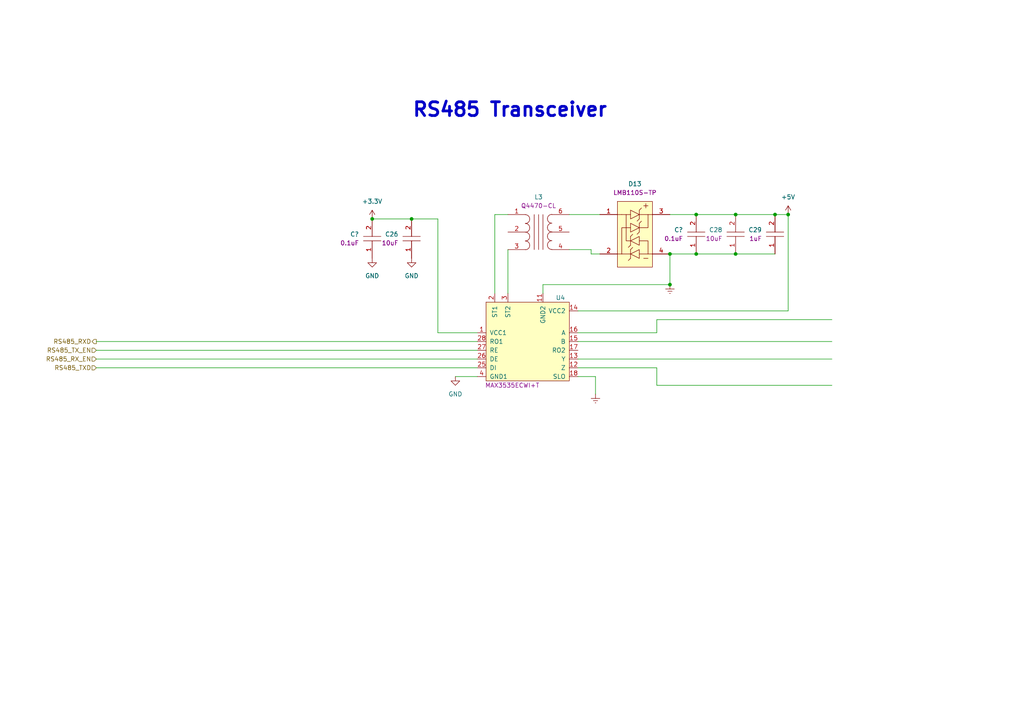
<source format=kicad_sch>
(kicad_sch (version 20230121) (generator eeschema)
  (paper "A4")
  (lib_symbols
    (symbol "AVR-KiCAD-Lib-Capacitors:C1206C105K3RACAUTO" (pin_names (offset 1.016))
      (property "Reference" "C" (at -2.54 2.54 0))
      (property "_Value_" "1uF" (at 58.42 63.5 0))
      (symbol "C1206C105K3RACAUTO_1_1"
        (polyline (pts (xy 0 2.54) (xy 0 -2.54)))
        (polyline (pts (xy 1.27 2.54) (xy 1.27 -2.54)))
        (pin input line (at -5.08 0 0) (length 5.08) (name "~") (number "1"))
        (pin input line (at 6.35 0 180) (length 5.08) (name "~") (number "2"))
      )
    )
    (symbol "AVR-KiCAD-Lib-Capacitors:CGA5L3X5R1V106K160AB" (pin_names (offset 1.016))
      (property "Reference" "C" (at -2.54 2.54 0))
      (property "_Value_" "10uF" (at 58.42 63.5 0))
      (symbol "CGA5L3X5R1V106K160AB_1_1"
        (polyline (pts (xy 0 2.54) (xy 0 -2.54)))
        (polyline (pts (xy 1.27 2.54) (xy 1.27 -2.54)))
        (pin input line (at -5.08 0 0) (length 5.08) (name "~") (number "1"))
        (pin input line (at 6.35 0 180) (length 5.08) (name "~") (number "2"))
      )
    )
    (symbol "AVR-KiCAD-Lib-Capacitors:CL10B104JB8NNNC" (pin_names (offset 1.016))
      (property "Reference" "C" (at -2.54 2.54 0))
      (property "_Value_" "0.1uF" (at 58.42 63.5 0))
      (symbol "CL10B104JB8NNNC_1_1"
        (polyline (pts (xy 0 2.54) (xy 0 -2.54)))
        (polyline (pts (xy 1.27 2.54) (xy 1.27 -2.54)))
        (pin input line (at -5.08 0 0) (length 5.08) (name "~") (number "1"))
        (pin input line (at 6.35 0 180) (length 5.08) (name "~") (number "2"))
      )
    )
    (symbol "AVR-KiCAD-Lib-Diodes:LMB110S-TP" (pin_names (offset 1.016))
      (property "Reference" "D" (at 0 19.05 0))
      (property "_Value_" "LMB110S-TP" (at 62.23 77.47 0))
      (symbol "LMB110S-TP_0_1"
        (polyline (pts (xy 1.27 2.54) (xy 3.81 2.54)))
        (polyline (pts (xy 2.54 13.97) (xy 3.81 13.97)))
        (polyline (pts (xy 3.81 1.27) (xy 3.175 0.635)))
        (polyline (pts (xy 3.81 1.27) (xy 3.81 3.81)))
        (polyline (pts (xy 3.81 3.81) (xy 4.445 4.445)))
        (polyline (pts (xy 3.81 5.08) (xy 3.175 4.445)))
        (polyline (pts (xy 3.81 5.08) (xy 3.81 7.62)))
        (polyline (pts (xy 3.81 7.62) (xy 4.445 8.255)))
        (polyline (pts (xy 6.35 8.89) (xy 5.715 8.255)))
        (polyline (pts (xy 6.35 11.43) (xy 6.35 8.89)))
        (polyline (pts (xy 6.35 11.43) (xy 6.985 12.065)))
        (polyline (pts (xy 6.35 12.7) (xy 5.715 12.065)))
        (polyline (pts (xy 6.35 15.24) (xy 6.35 12.7)))
        (polyline (pts (xy 6.35 15.24) (xy 6.985 15.875)))
        (polyline (pts (xy 1.27 2.54) (xy 1.27 10.16) (xy 3.81 10.16)))
        (polyline (pts (xy 1.27 13.97) (xy 2.54 13.97) (xy 2.54 6.35) (xy 3.81 6.35)))
        (polyline (pts (xy 3.81 11.43) (xy 3.81 8.89) (xy 6.35 10.16) (xy 3.81 11.43)))
        (polyline (pts (xy 3.81 15.24) (xy 3.81 12.7) (xy 6.35 13.97) (xy 3.81 15.24)))
        (polyline (pts (xy 6.35 1.27) (xy 6.35 3.81) (xy 3.81 2.54) (xy 6.35 1.27)))
        (polyline (pts (xy 6.35 5.08) (xy 6.35 7.62) (xy 3.81 6.35) (xy 6.35 5.08)))
        (polyline (pts (xy 6.35 6.35) (xy 8.89 6.35) (xy 8.89 2.54) (xy 6.35 2.54)))
        (polyline (pts (xy 6.35 10.16) (xy 8.89 10.16) (xy 8.89 13.97) (xy 6.35 13.97)))
      )
      (symbol "LMB110S-TP_1_1"
        (polyline (pts (xy 1.27 2.54) (xy 0 2.54)))
        (polyline (pts (xy 1.27 13.97) (xy 0 13.97)))
        (polyline (pts (xy 7.62 1.27) (xy 8.89 1.27)))
        (polyline (pts (xy 8.255 17.145) (xy 8.255 15.875)))
        (polyline (pts (xy 8.89 2.54) (xy 10.16 2.54)))
        (polyline (pts (xy 8.89 13.97) (xy 10.16 13.97)))
        (polyline (pts (xy 8.89 16.51) (xy 7.62 16.51)))
        (rectangle (start 0 17.78) (end 10.16 -1.27) (fill (type background)))
        (pin passive line (at -5.08 13.97 0) (length 5.08) (name "~") (number "1"))
        (pin passive line (at -5.08 2.54 0) (length 5.08) (name "~") (number "2"))
        (pin passive line (at 15.24 13.97 180) (length 5.08) (name "") (number "3"))
        (pin passive line (at 15.24 2.54 180) (length 5.08) (name "") (number "4"))
      )
    )
    (symbol "AVR-KiCAD-Lib-ICs:MAX3535ECWI+T" (pin_names (offset 1.016))
      (property "Reference" "U" (at -5.08 34.29 0))
      (property "_Value_" "MAX3535ECWI+T" (at 7.62 -1.27 0))
      (symbol "MAX3535ECWI+T_1_1"
        (rectangle (start 0 22.86) (end 24.13 0) (fill (type background)))
        (pin power_in line (at -2.54 13.97 0) (length 2.54) (name "VCC1") (number "1"))
        (pin passive line (at 16.51 25.4 270) (length 2.54) (name "GND2") (number "11"))
        (pin output line (at 26.67 3.81 180) (length 2.54) (name "Z") (number "12"))
        (pin output line (at 26.67 6.35 180) (length 2.54) (name "Y") (number "13"))
        (pin power_in line (at 26.67 20.32 180) (length 2.54) (name "VCC2") (number "14"))
        (pin input line (at 26.67 11.43 180) (length 2.54) (name "B") (number "15"))
        (pin input line (at 26.67 13.97 180) (length 2.54) (name "A") (number "16"))
        (pin output line (at 26.67 8.89 180) (length 2.54) (name "RO2") (number "17"))
        (pin input line (at 26.67 1.27 180) (length 2.54) (name "SLO") (number "18"))
        (pin output line (at 2.54 25.4 270) (length 2.54) (name "ST1") (number "2"))
        (pin input line (at -2.54 3.81 0) (length 2.54) (name "DI") (number "25"))
        (pin input line (at -2.54 6.35 0) (length 2.54) (name "DE") (number "26"))
        (pin output line (at -2.54 8.89 0) (length 2.54) (name "RE") (number "27"))
        (pin output line (at -2.54 11.43 0) (length 2.54) (name "RO1") (number "28"))
        (pin output line (at 6.35 25.4 270) (length 2.54) (name "ST2") (number "3"))
        (pin passive line (at -2.54 1.27 0) (length 2.54) (name "GND1") (number "4"))
      )
    )
    (symbol "AVR-KiCAD-Lib-Transformers:Q4470-CL" (pin_names (offset 1.016))
      (property "Reference" "L" (at -7.62 8.89 0))
      (property "_Value_" "Q4470-CL" (at 58.42 63.5 0))
      (symbol "Q4470-CL_0_1"
        (polyline (pts (xy -1.27 5.08) (xy -1.27 -5.08)))
        (polyline (pts (xy 0 5.08) (xy 0 -5.08)))
        (polyline (pts (xy 1.27 5.08) (xy 1.27 -5.08)))
      )
      (symbol "Q4470-CL_1_1"
        (arc (start -3.8521 -5.1221) (mid -2.9412 -4.763) (end -2.5821 -3.8521))
        (arc (start -3.8521 -2.5821) (mid -2.9412 -2.223) (end -2.5821 -1.3121))
        (arc (start -3.8521 -0.0421) (mid -2.9412 0.317) (end -2.5821 1.2279))
        (arc (start -3.8521 2.4979) (mid -2.9412 2.857) (end -2.5821 3.7679))
        (arc (start -2.5821 -3.8521) (mid -2.9412 -2.9412) (end -3.8521 -2.5821))
        (arc (start -2.5821 -1.3121) (mid -2.9412 -0.4012) (end -3.8521 -0.0421))
        (arc (start -2.5821 1.2279) (mid -2.9412 2.1388) (end -3.8521 2.4979))
        (arc (start -2.5821 3.7679) (mid -2.9412 4.6788) (end -3.8521 5.0379))
        (arc (start 2.5821 -3.7679) (mid 2.9412 -4.6788) (end 3.8521 -5.0379))
        (arc (start 2.5821 -1.2279) (mid 2.9412 -2.1388) (end 3.8521 -2.4979))
        (arc (start 2.5821 1.3121) (mid 2.9413 0.4013) (end 3.8521 0.0421))
        (arc (start 2.5821 3.8521) (mid 2.9413 2.9413) (end 3.8521 2.5821))
        (arc (start 3.8521 -2.4979) (mid 2.9412 -2.857) (end 2.5821 -3.7679))
        (arc (start 3.8521 0.0421) (mid 2.9412 -0.317) (end 2.5821 -1.2279))
        (arc (start 3.8521 2.5821) (mid 2.9413 2.2229) (end 2.5821 1.3121))
        (arc (start 3.8521 5.1221) (mid 2.9413 4.7629) (end 2.5821 3.8521))
        (pin bidirectional line (at -8.89 5.08 0) (length 5.08) (name "~") (number "1"))
        (pin bidirectional line (at -8.89 0 0) (length 5.08) (name "~") (number "2"))
        (pin bidirectional line (at -8.89 -5.08 0) (length 5.08) (name "") (number "3"))
        (pin bidirectional line (at 8.89 -5.08 180) (length 5.08) (name "") (number "4"))
        (pin bidirectional line (at 8.89 0 180) (length 5.08) (name "") (number "5"))
        (pin bidirectional line (at 8.89 5.08 180) (length 5.08) (name "") (number "6"))
      )
    )
    (symbol "power:+3.3V" (power) (pin_names (offset 0))
      (property "Value" "+3.3V" (at 0 3.556 0))
      (symbol "+3.3V_0_1"
        (polyline (pts (xy -0.762 1.27) (xy 0 2.54)))
        (polyline (pts (xy 0 0) (xy 0 2.54)))
        (polyline (pts (xy 0 2.54) (xy 0.762 1.27)))
      )
      (symbol "+3.3V_1_1"
        (pin power_in line (at 0 0 90) (length 0) hide (name "+3.3V") (number "1"))
      )
    )
    (symbol "power:+5V" (power) (pin_names (offset 0))
      (property "Value" "+5V" (at 0 3.556 0))
      (symbol "+5V_0_1"
        (polyline (pts (xy -0.762 1.27) (xy 0 2.54)))
        (polyline (pts (xy 0 0) (xy 0 2.54)))
        (polyline (pts (xy 0 2.54) (xy 0.762 1.27)))
      )
      (symbol "+5V_1_1"
        (pin power_in line (at 0 0 90) (length 0) hide (name "+5V") (number "1"))
      )
    )
    (symbol "power:Earth" (power) (pin_names (offset 0))
      (symbol "Earth_0_1"
        (polyline (pts (xy -0.635 -1.905) (xy 0.635 -1.905)))
        (polyline (pts (xy -0.127 -2.54) (xy 0.127 -2.54)))
        (polyline (pts (xy 0 -1.27) (xy 0 0)))
        (polyline (pts (xy 1.27 -1.27) (xy -1.27 -1.27)))
      )
      (symbol "Earth_1_1"
        (pin power_in line (at 0 0 270) (length 0) hide (name "Earth") (number "1"))
      )
    )
    (symbol "power:GND" (power) (pin_names (offset 0))
      (property "Value" "GND" (at 0 -3.81 0))
      (symbol "GND_0_1"
        (polyline (pts (xy 0 0) (xy 0 -1.27) (xy 1.27 -1.27) (xy 0 -2.54) (xy -1.27 -1.27) (xy 0 -1.27)))
      )
      (symbol "GND_1_1"
        (pin power_in line (at 0 0 270) (length 0) hide (name "GND") (number "1"))
      )
    )
  )
  (junction (at 224.79 62.23))
  (junction (at 228.6 62.23))
  (junction (at 107.95 63.5))
  (junction (at 201.93 62.23))
  (junction (at 194.31 82.55))
  (junction (at 213.36 73.66))
  (junction (at 201.93 73.66))
  (junction (at 194.31 73.66))
  (junction (at 119.38 63.5))
  (junction (at 213.36 62.23))
  (wire (pts (xy 165.1 72.39) (xy 171.45 72.39)))
  (wire (pts (xy 171.45 72.39) (xy 171.45 73.66)))
  (wire (pts (xy 190.5 92.71) (xy 241.3 92.71)))
  (wire (pts (xy 201.93 73.66) (xy 213.36 73.66)))
  (wire (pts (xy 27.94 99.06) (xy 138.43 99.06)))
  (wire (pts (xy 119.38 63.5) (xy 127 63.5)))
  (wire (pts (xy 213.36 62.23) (xy 224.79 62.23)))
  (wire (pts (xy 143.51 62.23) (xy 143.51 85.09)))
  (wire (pts (xy 224.79 62.23) (xy 228.6 62.23)))
  (wire (pts (xy 167.64 109.22) (xy 172.72 109.22)))
  (wire (pts (xy 190.5 96.52) (xy 190.5 92.71)))
  (wire (pts (xy 127 96.52) (xy 127 63.5)))
  (wire (pts (xy 147.32 85.09) (xy 147.32 72.39)))
  (wire (pts (xy 27.94 101.6) (xy 138.43 101.6)))
  (wire (pts (xy 190.5 111.76) (xy 241.3 111.76)))
  (wire (pts (xy 194.31 82.55) (xy 157.48 82.55)))
  (wire (pts (xy 228.6 90.17) (xy 228.6 62.23)))
  (wire (pts (xy 165.1 62.23) (xy 173.99 62.23)))
  (wire (pts (xy 167.64 96.52) (xy 190.5 96.52)))
  (wire (pts (xy 172.72 109.22) (xy 172.72 114.3)))
  (wire (pts (xy 167.64 99.06) (xy 241.3 99.06)))
  (wire (pts (xy 167.64 106.68) (xy 190.5 106.68)))
  (wire (pts (xy 167.64 104.14) (xy 241.3 104.14)))
  (wire (pts (xy 132.08 109.22) (xy 138.43 109.22)))
  (wire (pts (xy 194.31 73.66) (xy 201.93 73.66)))
  (wire (pts (xy 157.48 82.55) (xy 157.48 85.09)))
  (wire (pts (xy 190.5 106.68) (xy 190.5 111.76)))
  (wire (pts (xy 171.45 73.66) (xy 173.99 73.66)))
  (wire (pts (xy 107.95 63.5) (xy 119.38 63.5)))
  (wire (pts (xy 27.94 106.68) (xy 138.43 106.68)))
  (wire (pts (xy 167.64 90.17) (xy 228.6 90.17)))
  (wire (pts (xy 147.32 62.23) (xy 143.51 62.23)))
  (wire (pts (xy 213.36 73.66) (xy 224.79 73.66)))
  (wire (pts (xy 27.94 104.14) (xy 138.43 104.14)))
  (wire (pts (xy 194.31 73.66) (xy 194.31 82.55)))
  (wire (pts (xy 127 96.52) (xy 138.43 96.52)))
  (wire (pts (xy 201.93 62.23) (xy 194.31 62.23)))
  (wire (pts (xy 201.93 62.23) (xy 213.36 62.23)))
  (text "RS485 Transceiver" (at 119.38 34.29 0) (effects (font (size 4 4) (thickness 0.8) bold) (justify left bottom)))
  (hierarchical_label "RS485_TX_EN" (shape input) (at 27.94 101.6 180))
  (hierarchical_label "RS485_RX_EN" (shape input) (at 27.94 104.14 180))
  (hierarchical_label "RS485_TXD" (shape input) (at 27.94 106.68 180))
  (hierarchical_label "RS485_RXD" (shape output) (at 27.94 99.06 180))
  (symbol (lib_id "power:Earth") (at 172.72 114.3 0) (unit 1)
    (property "Reference" "#PWR068" (effects hide))
    (property "Value" "Earth" (effects hide))
  )
  (symbol (lib_id "AVR-KiCAD-Lib-Capacitors:C1206C105K3RACAUTO") (at 224.79 68.58 90) (unit 1)
    (property "Reference" "C29" (at 220.98 66.675 90) (effects (justify left)))
    (property "Value" "C1206C105K3RACAUTO" (effects hide))
    (property "Footprint" "AVR-KiCAD-Lib-Diodes:D_SOD-123" (effects hide))
    (property "Datasheet" "https://content.kemet.com/datasheets/KEM_C1023_X7R_AUTO_SMD.pdf" (effects hide))
    (property "Cost QTY: 1" "0.25000" (effects hide))
    (property "Cost QTY: 1000" "0.06064" (effects hide))
    (property "Cost QTY: 2500" "*" (effects hide))
    (property "Cost QTY: 5000" "*" (effects hide))
    (property "Cost QTY: 10000" "0.04594" (effects hide))
    (property "MFR" "KEMET" (effects hide))
    (property "MFR#" "C1206C105K3RACAUTO" (effects hide))
    (property "Vendor" "Digikey" (effects hide))
    (property "Vendor #" "399-7010-1-ND" (effects hide))
    (property "Designer" "AVR" (effects hide))
    (property "Height" "1.40mm" (effects hide))
    (property "Date Created" "7/31/2020" (effects hide))
    (property "Date Modified" "7/31/2020" (effects hide))
    (property "Lead-Free ?" "YES" (effects hide))
    (property "RoHS Levels" "1" (effects hide))
    (property "Mounting" "SMT" (effects hide))
    (property "Pin Count #" "2" (effects hide))
    (property "Status" "Active" (effects hide))
    (property "Tolerance" "10%" (effects hide))
    (property "Type" "Capacitor" (effects hide))
    (property "Voltage" "25V" (effects hide))
    (property "Package" "1206" (effects hide))
    (property "Description" "1µF ±10% 25V Ceramic Capacitor X7R 1206 (3216 Metric)" (effects hide))
    (property "_Value_" "1uF" (at 220.98 69.215 90) (effects (justify left)))
    (property "Management_ID" "*" (effects hide))
  )
  (symbol (lib_id "AVR-KiCAD-Lib-Capacitors:CGA5L3X5R1V106K160AB") (at 213.36 68.58 90) (unit 1)
    (property "Reference" "C28" (at 209.55 66.675 90) (effects (justify left)))
    (property "Value" "CGA5L3X5R1V106K160AB" (effects hide))
    (property "Footprint" "AVR-KiCAD-Lib-Capacitors:C1206" (effects hide))
    (property "Datasheet" "https://product.tdk.com/system/files/dam/doc/product/capacitor/ceramic/mlcc/catalog/mlcc_automotive_general_en.pdf" (effects hide))
    (property "Cost QTY: 1" "*" (effects hide))
    (property "Cost QTY: 1000" "*" (effects hide))
    (property "Cost QTY: 2500" "*" (effects hide))
    (property "Cost QTY: 5000" "*" (effects hide))
    (property "Cost QTY: 10000" "*" (effects hide))
    (property "MFR" "TDK Corporation" (effects hide))
    (property "MFR#" "CGA5L3X5R1V106K160AB" (effects hide))
    (property "Vendor" "Digikey" (effects hide))
    (property "Vendor #" "445-7887-2-ND" (effects hide))
    (property "Designer" "AVR" (effects hide))
    (property "Height" "1.9mm" (effects hide))
    (property "Date Created" "10/13/2022" (effects hide))
    (property "Date Modified" "10/13/2022" (effects hide))
    (property "Lead-Free ?" "Yes" (effects hide))
    (property "RoHS Levels" "1" (effects hide))
    (property "Mounting" "SMT" (effects hide))
    (property "Pin Count #" "2" (effects hide))
    (property "Status" "Active" (effects hide))
    (property "Tolerance" "10%" (effects hide))
    (property "Type" "Ceramic Cap" (effects hide))
    (property "Voltage" "35V" (effects hide))
    (property "Package" "1206" (effects hide))
    (property "Description" "10 µF ±10% 35V Ceramic Capacitor X5R 1206 (3216 Metric)" (effects hide))
    (property "_Value_" "10uF" (at 209.55 69.215 90) (effects (justify left)))
    (property "Management_ID" "*" (effects hide))
  )
  (symbol (lib_id "power:GND") (at 107.95 74.93 0) (unit 1)
    (property "Reference" "#PWR065" (effects hide))
    (property "Value" "GND" (at 107.95 80.01 0))
  )
  (symbol (lib_id "AVR-KiCAD-Lib-ICs:MAX3535ECWI+T") (at 140.97 110.49 0) (unit 1)
    (property "Reference" "U4" (at 162.56 86.36 0))
    (property "Value" "MAX3535ECWI+T" (effects hide))
    (property "Footprint" "AVR-KiCAD-Lib-ICs:21-0145_W28M&plus_9_MXM" (effects hide))
    (property "Datasheet" "https://www.analog.com/media/en/technical-documentation/data-sheets/max3535e-mxl1535e.pdf" (effects hide))
    (property "Cost QTY: 1" "13.07000" (effects hide))
    (property "Cost QTY: 1000" "8.27473" (effects hide))
    (property "Cost QTY: 2500" "*" (effects hide))
    (property "Cost QTY: 5000" "*" (effects hide))
    (property "Cost QTY: 10000" "*" (effects hide))
    (property "MFR" "Analog Devices Inc./Maxim Integrated" (effects hide))
    (property "MFR#" "MAX3535ECWI+T" (effects hide))
    (property "Vendor" "Digikey" (effects hide))
    (property "Vendor #" "MAX3535ECWI+TTR-ND" (effects hide))
    (property "Designer" "Adam Vadala-Roth" (effects hide))
    (property "Height" "2.65mm" (effects hide))
    (property "Date Created" "10/4/2023" (effects hide))
    (property "Date Modified" "10/4/2023" (effects hide))
    (property "Lead-Free ?" "Yes" (effects hide))
    (property "RoHS Levels" "1" (effects hide))
    (property "Mounting" "SMT" (effects hide))
    (property "Pin Count #" "16" (effects hide))
    (property "Status" "Active" (effects hide))
    (property "Tolerance" "N/A" (effects hide))
    (property "Type" "Integrated Circuit" (effects hide))
    (property "Voltage" "3-5.5V" (effects hide))
    (property "Package" "SOIC28 (16 Leads)" (effects hide))
    (property "Description" "1/1 Transceiver Full RS422, RS485 28-SOIC" (effects hide))
    (property "_Value_" "MAX3535ECWI+T" (at 148.59 111.76 0))
    (property "Management_ID" "*" (effects hide))
  )
  (symbol (lib_id "power:+5V") (at 228.6 62.23 0) (unit 1)
    (property "Reference" "#PWR070" (effects hide))
    (property "Value" "+5V" (at 228.6 57.15 0))
  )
  (symbol (lib_id "AVR-KiCAD-Lib-Capacitors:CL10B104JB8NNNC") (at 201.93 68.58 90) (unit 1)
    (property "Reference" "C?" (at 198.12 66.675 90) (effects (justify left)))
    (property "Value" "CL10B104JB8NNNC" (effects hide))
    (property "Footprint" "AVR-KiCAD-Lib-Capacitors:C0603" (effects hide))
    (property "Datasheet" "https://mm.digikey.com/Volume0/opasdata/d220001/medias/docus/609/CL10B104JB8NNNC_Spec.pdf" (effects hide))
    (property "Cost QTY: 1" "0.10000" (effects hide))
    (property "Cost QTY: 1000" "0.00975" (effects hide))
    (property "Cost QTY: 2500" "*" (effects hide))
    (property "Cost QTY: 5000" "*" (effects hide))
    (property "Cost QTY: 10000" "*" (effects hide))
    (property "MFR" "Samsung Electro-Mechanics" (effects hide))
    (property "MFR#" "CL10B104JB8NNNC" (effects hide))
    (property "Vendor" "Digikey" (effects hide))
    (property "Vendor #" "1276-1033-2-ND" (effects hide))
    (property "Designer" "Adam Vadala-Roth" (effects hide))
    (property "Height" "0.90" (effects hide))
    (property "Date Created" "10/3/2023" (effects hide))
    (property "Date Modified" "10/3/2023" (effects hide))
    (property "Lead-Free ?" "Yes" (effects hide))
    (property "RoHS Levels" "1" (effects hide))
    (property "Mounting" "SMT" (effects hide))
    (property "Pin Count #" "2" (effects hide))
    (property "Status" "Active" (effects hide))
    (property "Tolerance" "5%" (effects hide))
    (property "Type" "Capacitor" (effects hide))
    (property "Voltage" "50V" (effects hide))
    (property "Package" "0603" (effects hide))
    (property "Description" "0.1 µF ±5% 50V Ceramic Capacitor X7R 0603 (1608 Metric)" (effects hide))
    (property "_Value_" "0.1uF" (at 198.12 69.215 90) (effects (justify left)))
    (property "Management_ID" "*" (effects hide))
    (instances (project "JoyStick-Hat" (path "" (reference "C?") (unit 1)) (path "" (reference "C27") (unit 1))))
  )
  (symbol (lib_id "AVR-KiCAD-Lib-Capacitors:CL10B104JB8NNNC") (at 107.95 69.85 90) (unit 1)
    (property "Reference" "C?" (at 104.14 67.945 90) (effects (justify left)))
    (property "Value" "CL10B104JB8NNNC" (effects hide))
    (property "Footprint" "AVR-KiCAD-Lib-Capacitors:C0603" (effects hide))
    (property "Datasheet" "https://mm.digikey.com/Volume0/opasdata/d220001/medias/docus/609/CL10B104JB8NNNC_Spec.pdf" (effects hide))
    (property "Cost QTY: 1" "0.10000" (effects hide))
    (property "Cost QTY: 1000" "0.00975" (effects hide))
    (property "Cost QTY: 2500" "*" (effects hide))
    (property "Cost QTY: 5000" "*" (effects hide))
    (property "Cost QTY: 10000" "*" (effects hide))
    (property "MFR" "Samsung Electro-Mechanics" (effects hide))
    (property "MFR#" "CL10B104JB8NNNC" (effects hide))
    (property "Vendor" "Digikey" (effects hide))
    (property "Vendor #" "1276-1033-2-ND" (effects hide))
    (property "Designer" "Adam Vadala-Roth" (effects hide))
    (property "Height" "0.90" (effects hide))
    (property "Date Created" "10/3/2023" (effects hide))
    (property "Date Modified" "10/3/2023" (effects hide))
    (property "Lead-Free ?" "Yes" (effects hide))
    (property "RoHS Levels" "1" (effects hide))
    (property "Mounting" "SMT" (effects hide))
    (property "Pin Count #" "2" (effects hide))
    (property "Status" "Active" (effects hide))
    (property "Tolerance" "5%" (effects hide))
    (property "Type" "Capacitor" (effects hide))
    (property "Voltage" "50V" (effects hide))
    (property "Package" "0603" (effects hide))
    (property "Description" "0.1 µF ±5% 50V Ceramic Capacitor X7R 0603 (1608 Metric)" (effects hide))
    (property "_Value_" "0.1uF" (at 104.14 70.485 90) (effects (justify left)))
    (property "Management_ID" "*" (effects hide))
    (instances (project "JoyStick-Hat" (path "" (reference "C?") (unit 1)) (path "" (reference "C25") (unit 1))))
  )
  (symbol (lib_id "AVR-KiCAD-Lib-Capacitors:CGA5L3X5R1V106K160AB") (at 119.38 69.85 90) (unit 1)
    (property "Reference" "C26" (at 115.57 67.945 90) (effects (justify left)))
    (property "Value" "CGA5L3X5R1V106K160AB" (effects hide))
    (property "Footprint" "AVR-KiCAD-Lib-Capacitors:C1206" (effects hide))
    (property "Datasheet" "https://product.tdk.com/system/files/dam/doc/product/capacitor/ceramic/mlcc/catalog/mlcc_automotive_general_en.pdf" (effects hide))
    (property "Cost QTY: 1" "*" (effects hide))
    (property "Cost QTY: 1000" "*" (effects hide))
    (property "Cost QTY: 2500" "*" (effects hide))
    (property "Cost QTY: 5000" "*" (effects hide))
    (property "Cost QTY: 10000" "*" (effects hide))
    (property "MFR" "TDK Corporation" (effects hide))
    (property "MFR#" "CGA5L3X5R1V106K160AB" (effects hide))
    (property "Vendor" "Digikey" (effects hide))
    (property "Vendor #" "445-7887-2-ND" (effects hide))
    (property "Designer" "AVR" (effects hide))
    (property "Height" "1.9mm" (effects hide))
    (property "Date Created" "10/13/2022" (effects hide))
    (property "Date Modified" "10/13/2022" (effects hide))
    (property "Lead-Free ?" "Yes" (effects hide))
    (property "RoHS Levels" "1" (effects hide))
    (property "Mounting" "SMT" (effects hide))
    (property "Pin Count #" "2" (effects hide))
    (property "Status" "Active" (effects hide))
    (property "Tolerance" "10%" (effects hide))
    (property "Type" "Ceramic Cap" (effects hide))
    (property "Voltage" "35V" (effects hide))
    (property "Package" "1206" (effects hide))
    (property "Description" "10 µF ±10% 35V Ceramic Capacitor X5R 1206 (3216 Metric)" (effects hide))
    (property "_Value_" "10uF" (at 115.57 70.485 90) (effects (justify left)))
    (property "Management_ID" "*" (effects hide))
  )
  (symbol (lib_id "power:GND") (at 119.38 74.93 0) (unit 1)
    (property "Reference" "#PWR066" (effects hide))
    (property "Value" "GND" (at 119.38 80.01 0))
  )
  (symbol (lib_id "power:GND") (at 132.08 109.22 0) (unit 1)
    (property "Reference" "#PWR067" (effects hide))
    (property "Value" "GND" (at 132.08 114.3 0))
  )
  (symbol (lib_id "power:+3.3V") (at 107.95 63.5 0) (unit 1)
    (property "Reference" "#PWR064" (effects hide))
    (property "Value" "+3.3V" (at 107.95 58.42 0))
  )
  (symbol (lib_id "AVR-KiCAD-Lib-Diodes:LMB110S-TP") (at 179.07 76.2 0) (unit 1)
    (property "Reference" "D13" (at 184.15 53.34 0))
    (property "Value" "LMB110S-TP" (effects hide))
    (property "Footprint" "AVR-KiCAD-Lib-Diodes:LMB110S-TP" (effects hide))
    (property "Datasheet" "https://www.mccsemi.com/pdf/Products/LMB12S-LMB110S(LMBS-1).pdf" (effects hide))
    (property "Cost QTY: 1" "$0.47000" (effects hide))
    (property "Cost QTY: 1000" "$0.13736" (effects hide))
    (property "Cost QTY: 2500" "$0.12645" (effects hide))
    (property "Cost QTY: 5000" "$0.12120" (effects hide))
    (property "Cost QTY: 10000" "$0.10908" (effects hide))
    (property "MFR" "Micro Commercial Co" (effects hide))
    (property "MFR#" "LMB110S-TP" (effects hide))
    (property "Vendor" "Digikey" (effects hide))
    (property "Vendor #" "353-LMB110S-TPTR-ND" (effects hide))
    (property "Designer" "Adam Vadala-Roth" (effects hide))
    (property "Height" "1.5" (effects hide))
    (property "Date Created" "11/11/2023" (effects hide))
    (property "Date Modified" "11/11/2023" (effects hide))
    (property "Lead-Free ?" "Yes" (effects hide))
    (property "RoHS Levels" "1" (effects hide))
    (property "Mounting" "SMT" (effects hide))
    (property "Pin Count #" "4" (effects hide))
    (property "Status" "Active" (effects hide))
    (property "Tolerance" "*" (effects hide))
    (property "Type" "Diode" (effects hide))
    (property "Voltage" "850 mV @ 500 mA" (effects hide))
    (property "Package" "4-SMD, Gull Wing" (effects hide))
    (property "Description" "Bridge Rectifier Single Phase Schottky 100 V Surface Mount LMBS-1" (effects hide))
    (property "_Value_" "LMB110S-TP" (at 184.15 55.88 0))
    (property "Management_ID" "*" (effects hide))
  )
  (symbol (lib_id "power:Earth") (at 194.31 82.55 0) (unit 1)
    (property "Reference" "#PWR069" (effects hide))
    (property "Value" "Earth" (effects hide))
  )
  (symbol (lib_id "AVR-KiCAD-Lib-Transformers:Q4470-CL") (at 156.21 67.31 0) (unit 1)
    (property "Reference" "L3" (at 156.21 57.15 0))
    (property "Value" "Q4470-CL" (effects hide))
    (property "Footprint" "AVR-KiCAD-Lib-Transformers:SO6_Q4470-CL_C-SIZE_COC" (effects hide))
    (property "Datasheet" "https://www.coilcraft.com/getmedia/97b6ad34-63ed-485c-a3ac-2a258e22c8ff/mintrans.pdf" (effects hide))
    (property "Cost QTY: 1" "$2.12 " (effects hide))
    (property "Cost QTY: 1000" "$1.38 " (effects hide))
    (property "Cost QTY: 2500" "*" (effects hide))
    (property "Cost QTY: 5000" "$1.09 " (effects hide))
    (property "Cost QTY: 10000" "*" (effects hide))
    (property "MFR" "Coilcraft" (effects hide))
    (property "MFR#" "Q4470-CL" (effects hide))
    (property "Vendor" "Coilcraft" (effects hide))
    (property "Vendor #" "Q4470-CL" (effects hide))
    (property "Designer" "Adam Vadala-Roth" (effects hide))
    (property "Height" "5.46mm" (effects hide))
    (property "Date Created" "11/11/2023" (effects hide))
    (property "Date Modified" "11/11/2023" (effects hide))
    (property "Lead-Free ?" "Yes" (effects hide))
    (property "RoHS Levels" "1" (effects hide))
    (property "Mounting" "SMT" (effects hide))
    (property "Pin Count #" "6" (effects hide))
    (property "Status" "Active" (effects hide))
    (property "Tolerance" "*" (effects hide))
    (property "Type" "Transformer" (effects hide))
    (property "Voltage" "5V" (effects hide))
    (property "Package" "Proprietary" (effects hide))
    (property "_Value_" "Q4470-CL" (at 156.21 59.69 0))
    (property "Description" "miniature transformers were developed for use with" (effects hide))
    (property "Management_ID" "Maxim RS-232/RS-485 interface ICs" (effects hide))
  )
)
</source>
